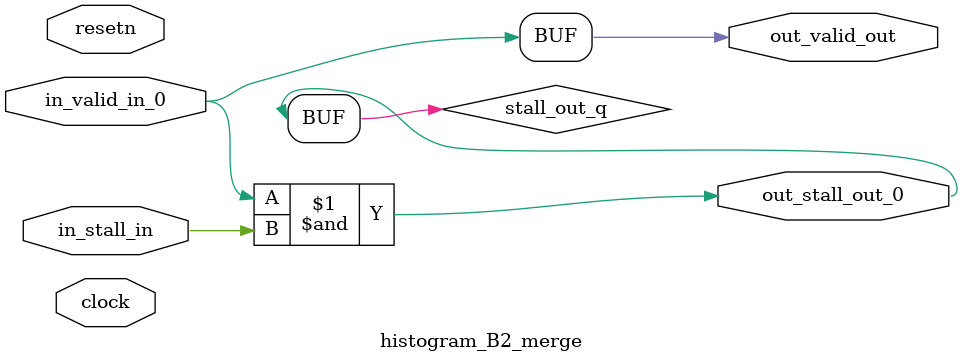
<source format=sv>



(* altera_attribute = "-name AUTO_SHIFT_REGISTER_RECOGNITION OFF; -name MESSAGE_DISABLE 10036; -name MESSAGE_DISABLE 10037; -name MESSAGE_DISABLE 14130; -name MESSAGE_DISABLE 14320; -name MESSAGE_DISABLE 15400; -name MESSAGE_DISABLE 14130; -name MESSAGE_DISABLE 10036; -name MESSAGE_DISABLE 12020; -name MESSAGE_DISABLE 12030; -name MESSAGE_DISABLE 12010; -name MESSAGE_DISABLE 12110; -name MESSAGE_DISABLE 14320; -name MESSAGE_DISABLE 13410; -name MESSAGE_DISABLE 113007; -name MESSAGE_DISABLE 10958" *)
module histogram_B2_merge (
    input wire [0:0] in_stall_in,
    input wire [0:0] in_valid_in_0,
    output wire [0:0] out_stall_out_0,
    output wire [0:0] out_valid_out,
    input wire clock,
    input wire resetn
    );

    wire [0:0] stall_out_q;


    // stall_out(LOGICAL,6)
    assign stall_out_q = in_valid_in_0 & in_stall_in;

    // out_stall_out_0(GPOUT,4)
    assign out_stall_out_0 = stall_out_q;

    // out_valid_out(GPOUT,5)
    assign out_valid_out = in_valid_in_0;

endmodule

</source>
